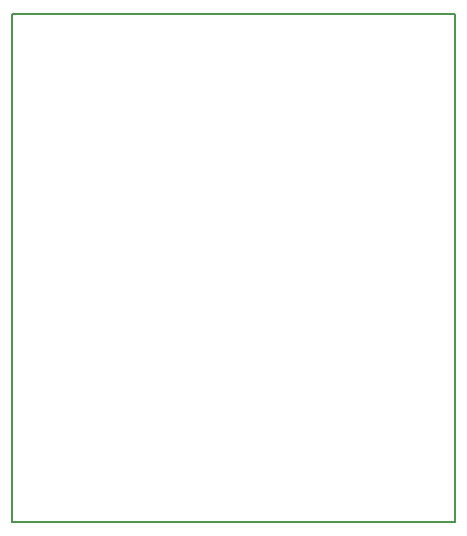
<source format=gbo>
G04 MADE WITH FRITZING*
G04 WWW.FRITZING.ORG*
G04 DOUBLE SIDED*
G04 HOLES PLATED*
G04 CONTOUR ON CENTER OF CONTOUR VECTOR*
%ASAXBY*%
%FSLAX23Y23*%
%MOIN*%
%OFA0B0*%
%SFA1.0B1.0*%
%ADD10R,1.483880X1.702520X1.467880X1.686520*%
%ADD11C,0.008000*%
%LNSILK0*%
G90*
G70*
G54D11*
X4Y1699D02*
X1480Y1699D01*
X1480Y4D01*
X4Y4D01*
X4Y1699D01*
D02*
G04 End of Silk0*
M02*
</source>
